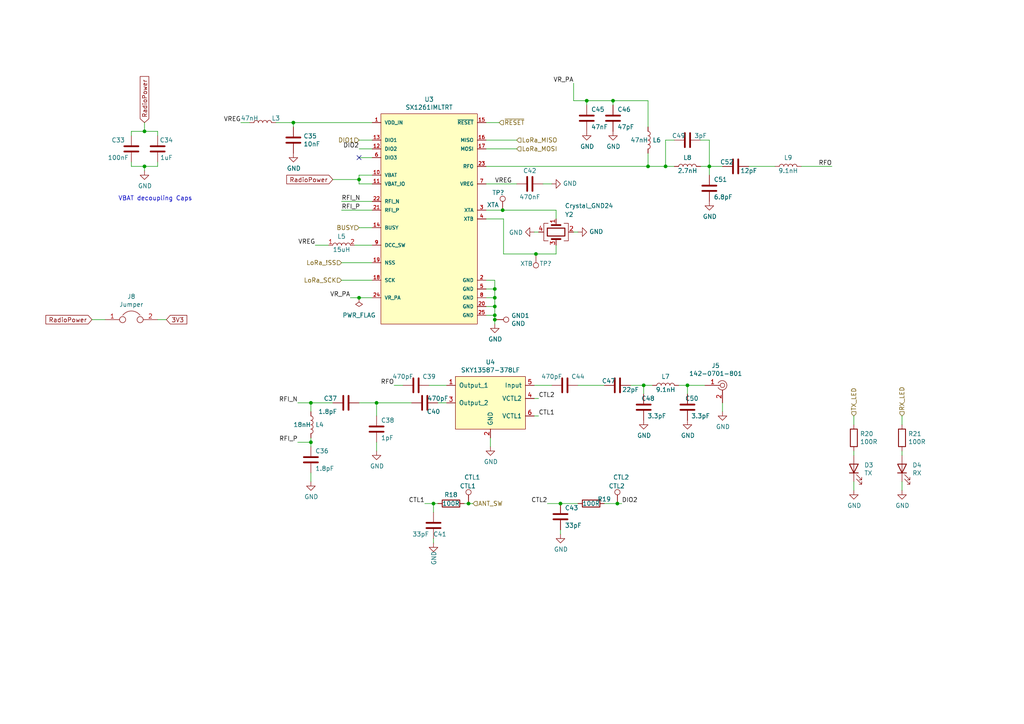
<source format=kicad_sch>
(kicad_sch (version 20211123) (generator eeschema)
  (paper "A4")
  (title_block (title "RiscVLoRaDongle") (date "2022-02-03") (rev "1.0") (company "Mark Njoroge"))
  (lib_symbols
    (symbol "Connector:TestPoint" (pin_numbers hide) (pin_names (offset 0.762) hide)
      (property "Reference" "TP" (at 0 6.858 0))
      (property "Value" "TestPoint" (at 0 5.08 0))
      (symbol "TestPoint_0_1"
        (circle (center 0 3.302) (radius 0.762))
      )
      (symbol "TestPoint_1_1"
        (pin passive line (at 0 0 90) (length 2.54) (name "1") (number "1"))
      )
    )
    (symbol "Device:C" (pin_numbers hide) (pin_names (offset 0.254))
      (property "Reference" "C" (at 0.635 2.54 0))
      (property "Value" "C" (at 0.635 -2.54 0))
      (symbol "C_0_1"
        (polyline (pts (xy -2.032 -0.762) (xy 2.032 -0.762)) (stroke (width 0.508)))
        (polyline (pts (xy -2.032 0.762) (xy 2.032 0.762)) (stroke (width 0.508)))
      )
      (symbol "C_1_1"
        (pin passive line (at 0 3.81 270) (length 2.794) (name "~") (number "1"))
        (pin passive line (at 0 -3.81 90) (length 2.794) (name "~") (number "2"))
      )
    )
    (symbol "Device:Crystal_GND24" (pin_names (offset 1.016) hide)
      (property "Reference" "Y" (at 3.175 5.08 0))
      (property "Value" "Crystal_GND24" (at 3.175 3.175 0))
      (symbol "Crystal_GND24_0_1"
        (rectangle (start -1.143 2.54) (end 1.143 -2.54) (stroke (width 0.3048)))
        (polyline (pts (xy -2.54 0) (xy -2.032 0)))
        (polyline (pts (xy -2.032 -1.27) (xy -2.032 1.27)) (stroke (width 0.508)))
        (polyline (pts (xy 0 -3.81) (xy 0 -3.556)))
        (polyline (pts (xy 0 3.556) (xy 0 3.81)))
        (polyline (pts (xy 2.032 -1.27) (xy 2.032 1.27)) (stroke (width 0.508)))
        (polyline (pts (xy 2.032 0) (xy 2.54 0)))
        (polyline (pts (xy -2.54 -2.286) (xy -2.54 -3.556) (xy 2.54 -3.556) (xy 2.54 -2.286)))
        (polyline (pts (xy -2.54 2.286) (xy -2.54 3.556) (xy 2.54 3.556) (xy 2.54 2.286)))
      )
      (symbol "Crystal_GND24_1_1"
        (pin passive line (at -3.81 0 0) (length 1.27) (name "1") (number "1"))
        (pin passive line (at 0 5.08 270) (length 1.27) (name "2") (number "2"))
        (pin passive line (at 3.81 0 180) (length 1.27) (name "3") (number "3"))
        (pin passive line (at 0 -5.08 90) (length 1.27) (name "4") (number "4"))
      )
    )
    (symbol "Device:Jumper" (pin_names (offset 0.762) hide)
      (property "Reference" "JP" (at 0 3.81 0))
      (property "Value" "Device_Jumper" (at 0 -2.032 0))
      (symbol "Jumper_0_1"
        (circle (center -2.54 0) (radius 0.889))
        (arc (start 2.5146 1.27) (mid 0.0127 2.5097) (end -2.4892 1.27))
        (circle (center 2.54 0) (radius 0.889))
        (pin passive line (at -7.62 0 0) (length 4.191) (name "1") (number "1"))
        (pin passive line (at 7.62 0 180) (length 4.191) (name "2") (number "2"))
      )
    )
    (symbol "Device:L" (pin_numbers hide) (pin_names (offset 1.016) hide)
      (property "Reference" "L" (at -1.27 0 90))
      (property "Value" "L" (at 1.905 0 90))
      (symbol "L_0_1"
        (arc (start 0 -2.54) (mid 0.635 -1.905) (end 0 -1.27))
        (arc (start 0 -1.27) (mid 0.635 -0.635) (end 0 0))
        (arc (start 0 0) (mid 0.635 0.635) (end 0 1.27))
        (arc (start 0 1.27) (mid 0.635 1.905) (end 0 2.54))
      )
      (symbol "L_1_1"
        (pin passive line (at 0 3.81 270) (length 1.27) (name "1") (number "1"))
        (pin passive line (at 0 -3.81 90) (length 1.27) (name "2") (number "2"))
      )
    )
    (symbol "Device:LED" (pin_numbers hide) (pin_names (offset 1.016) hide)
      (property "Reference" "D" (at 0 2.54 0))
      (property "Value" "LED" (at 0 -2.54 0))
      (symbol "LED_0_1"
        (polyline (pts (xy -1.27 -1.27) (xy -1.27 1.27)) (stroke (width 0.254)))
        (polyline (pts (xy -1.27 0) (xy 1.27 0)))
        (polyline (pts (xy 1.27 -1.27) (xy 1.27 1.27) (xy -1.27 0) (xy 1.27 -1.27)) (stroke (width 0.254)))
        (polyline (pts (xy -3.048 -0.762) (xy -4.572 -2.286) (xy -3.81 -2.286) (xy -4.572 -2.286) (xy -4.572 -1.524)))
        (polyline (pts (xy -1.778 -0.762) (xy -3.302 -2.286) (xy -2.54 -2.286) (xy -3.302 -2.286) (xy -3.302 -1.524)))
      )
      (symbol "LED_1_1"
        (pin passive line (at -3.81 0 0) (length 2.54) (name "K") (number "1"))
        (pin passive line (at 3.81 0 180) (length 2.54) (name "A") (number "2"))
      )
    )
    (symbol "Device:R" (pin_numbers hide) (pin_names (offset 0))
      (property "Reference" "R" (at 2.032 0 90))
      (property "Value" "R" (at 0 0 90))
      (symbol "R_0_1"
        (rectangle (start -1.016 -2.54) (end 1.016 2.54) (stroke (width 0.254)))
      )
      (symbol "R_1_1"
        (pin passive line (at 0 3.81 270) (length 1.27) (name "~") (number "1"))
        (pin passive line (at 0 -3.81 90) (length 1.27) (name "~") (number "2"))
      )
    )
    (symbol "LoRaDongle:SKY13587-378LF" (pin_names (offset 1.016))
      (property "Reference" "U" (at -5.08 8.89 0))
      (property "Value" "SKY13587-378LF" (at 0 6.35 0))
      (symbol "SKY13587-378LF_0_1"
        (rectangle (start -11.43 1.27) (end 8.89 -13.97) (fill (type background)))
      )
      (symbol "SKY13587-378LF_1_1"
        (pin passive line (at -13.97 -1.27 0) (length 2.54) (name "Output_1") (number "1"))
        (pin passive line (at -1.27 -16.51 90) (length 2.54) (name "GND") (number "2"))
        (pin passive line (at -13.97 -6.35 0) (length 2.54) (name "Output_2") (number "3"))
        (pin passive line (at 11.43 -5.08 180) (length 2.54) (name "VCTL2") (number "4"))
        (pin passive line (at 11.43 -1.27 180) (length 2.54) (name "Input") (number "5"))
        (pin passive line (at 11.43 -10.16 180) (length 2.54) (name "VCTL1") (number "6"))
      )
    )
    (symbol "VLS201610CX-150M-1:VLS201610CX-150M-1" (pin_names (offset 0.762))
      (property "Reference" "L" (at 10.16 7.62 0))
      (property "Value" "VLS201610CX-150M-1" (at 10.16 5.08 0))
      (symbol "VLS201610CX-150M-1_0_0"
        (pin passive line (at -3.81 0 0) (length 1.27) (name "~") (number "1"))
        (pin passive line (at 3.81 0 180) (length 1.27) (name "~") (number "2"))
      )
      (symbol "VLS201610CX-150M-1_0_1"
        (arc (start 2.54 0) (mid 1.905 0.635) (end 1.27 0))
      )
      (symbol "VLS201610CX-150M-1_1_1"
        (arc (start -1.27 0) (mid -1.905 0.635) (end -2.54 0))
        (arc (start 0 0) (mid -0.635 0.635) (end -1.27 0))
        (arc (start 1.27 0) (mid 0.635 0.635) (end 0 0))
      )
    )
    (symbol "dk_Coaxial-Connectors-RF:142-0701-801" (pin_names (offset 1.016))
      (property "Reference" "J" (at -1.27 1.27 0))
      (property "Value" "142-0701-801" (at 1.27 -2.54 0))
      (symbol "142-0701-801_1_1"
        (arc (start -1.27 0) (mid -0.2487 -1.3123) (end 1.27 -0.635))
        (circle (center 0 0) (radius 0.635))
        (arc (start 1.27 0.635) (mid -0.2518 1.325) (end -1.27 0))
        (pin passive line (at 5.08 0 180) (length 4.445) (name "~") (number "1"))
        (pin passive line (at 0 -5.08 90) (length 3.683) (name "~") (number "2"))
      )
    )
    (symbol "power:GND" (power) (pin_names (offset 0))
      (property "Value" "GND" (at 0 -3.81 0))
      (symbol "GND_0_1"
        (polyline (pts (xy 0 0) (xy 0 -1.27) (xy 1.27 -1.27) (xy 0 -2.54) (xy -1.27 -1.27) (xy 0 -1.27)))
      )
      (symbol "GND_1_1"
        (pin power_in line (at 0 0 270) (length 0) hide (name "GND") (number "1"))
      )
    )
    (symbol "power:PWR_FLAG" (power) (pin_numbers hide) (pin_names (offset 0) hide)
      (property "Value" "PWR_FLAG" (at 0 3.81 0))
      (symbol "PWR_FLAG_0_0"
        (pin power_out line (at 0 0 90) (length 0) (name "pwr") (number "1"))
      )
      (symbol "PWR_FLAG_0_1"
        (polyline (pts (xy 0 0) (xy 0 1.27) (xy -1.016 1.905) (xy 0 2.54) (xy 1.016 1.905) (xy 0 1.27)))
      )
    )
    (symbol "sx1261:SX1261IMLTRT" (pin_names (offset 1.016))
      (property "Reference" "U" (at 0 5.08 0))
      (property "Value" "SX1261IMLTRT" (at 0 7.62 0))
      (symbol "SX1261IMLTRT_1_1"
        (rectangle (start 5.08 2.54) (end 33.02 -58.42) (fill (type background)))
        (pin input line (at 2.54 0 0) (length 2.54) (name "VDD_IN") (number "1"))
        (pin input line (at 2.54 -15.24 0) (length 2.54) (name "VBAT") (number "10"))
        (pin input line (at 2.54 -17.78 0) (length 2.54) (name "VBAT_IO") (number "11"))
        (pin bidirectional line (at 2.54 -7.62 0) (length 2.54) (name "DIO2") (number "12"))
        (pin bidirectional line (at 2.54 -5.08 0) (length 2.54) (name "DIO1") (number "13"))
        (pin bidirectional line (at 2.54 -30.48 0) (length 2.54) (name "BUSY") (number "14"))
        (pin bidirectional line (at 35.56 0 180) (length 2.54) (name "~{RESET}") (number "15"))
        (pin output line (at 35.56 -5.08 180) (length 2.54) (name "MISO") (number "16"))
        (pin input line (at 35.56 -7.62 180) (length 2.54) (name "MOSI") (number "17"))
        (pin input line (at 2.54 -45.72 0) (length 2.54) (name "SCK") (number "18"))
        (pin input line (at 2.54 -40.64 0) (length 2.54) (name "NSS") (number "19"))
        (pin power_in line (at 35.56 -45.72 180) (length 2.54) (name "GND") (number "2"))
        (pin power_in line (at 35.56 -53.34 180) (length 2.54) (name "GND") (number "20"))
        (pin input line (at 2.54 -25.4 0) (length 2.54) (name "RFI_P") (number "21"))
        (pin input line (at 2.54 -22.86 0) (length 2.54) (name "RFI_N") (number "22"))
        (pin output line (at 35.56 -12.7 180) (length 2.54) (name "RFO") (number "23"))
        (pin power_in line (at 2.54 -50.8 0) (length 2.54) (name "VR_PA") (number "24"))
        (pin power_in line (at 35.56 -55.88 180) (length 2.54) (name "GND") (number "25"))
        (pin input line (at 35.56 -25.4 180) (length 2.54) (name "XTA") (number "3"))
        (pin input line (at 35.56 -27.94 180) (length 2.54) (name "XTB") (number "4"))
        (pin power_in line (at 35.56 -48.26 180) (length 2.54) (name "GND") (number "5"))
        (pin bidirectional line (at 2.54 -10.16 0) (length 2.54) (name "DIO3") (number "6"))
        (pin output line (at 35.56 -17.78 180) (length 2.54) (name "VREG") (number "7"))
        (pin power_in line (at 35.56 -50.8 180) (length 2.54) (name "GND") (number "8"))
        (pin output line (at 2.54 -35.56 0) (length 2.54) (name "DCC_SW") (number "9"))
      )
    )
  )
  (junction (at 41.91 48.26))
  (junction (at 85.09 35.56))
  (junction (at 186.69 111.76))
  (junction (at 143.51 92.71))
  (junction (at 205.74 48.26))
  (junction (at 135.89 146.05))
  (junction (at 143.51 86.36))
  (junction (at 179.07 146.05))
  (junction (at 143.51 88.9))
  (junction (at 145.796 60.96))
  (junction (at 104.14 52.07))
  (junction (at 177.8 29.21))
  (junction (at 90.17 128.27))
  (junction (at 125.73 146.05))
  (junction (at 143.51 83.82))
  (junction (at 170.18 29.21))
  (junction (at 199.39 111.76))
  (junction (at 193.04 48.26))
  (junction (at 162.56 146.05))
  (junction (at 104.14 86.36))
  (junction (at 90.17 116.84))
  (junction (at 187.96 48.26))
  (junction (at 143.51 91.44))
  (junction (at 109.22 116.84))
  (junction (at 41.91 38.1))
  (junction (at 155.448 73.66))
  (no_connect (at 104.14 45.72))
  (wire (pts (xy 104.14 45.72) (xy 107.95 45.72)))
  (wire (pts (xy 143.51 88.9) (xy 143.51 91.44)))
  (wire (pts (xy 170.18 30.48) (xy 170.18 29.21)))
  (wire (pts (xy 182.88 111.76) (xy 186.69 111.76)))
  (wire (pts (xy 41.91 38.1) (xy 45.72 38.1)))
  (wire (pts (xy 247.65 132.08) (xy 247.65 130.81)))
  (wire (pts (xy 85.09 35.56) (xy 107.95 35.56)))
  (wire (pts (xy 261.62 142.24) (xy 261.62 139.7)))
  (wire (pts (xy 45.72 46.99) (xy 45.72 48.26)))
  (wire (pts (xy 45.72 92.71) (xy 48.26 92.71)))
  (wire (pts (xy 90.17 139.7) (xy 90.17 137.16)))
  (wire (pts (xy 127 116.84) (xy 129.54 116.84)))
  (wire (pts (xy 99.06 81.28) (xy 107.95 81.28)))
  (wire (pts (xy 90.17 129.54) (xy 90.17 128.27)))
  (wire (pts (xy 109.22 120.65) (xy 109.22 116.84)))
  (wire (pts (xy 107.95 43.18) (xy 104.14 43.18)))
  (wire (pts (xy 186.69 111.76) (xy 189.23 111.76)))
  (wire (pts (xy 107.95 40.64) (xy 104.14 40.64)))
  (wire (pts (xy 154.94 120.65) (xy 156.21 120.65)))
  (wire (pts (xy 179.07 146.05) (xy 180.34 146.05)))
  (wire (pts (xy 107.95 53.34) (xy 104.14 53.34)))
  (wire (pts (xy 154.94 111.76) (xy 160.02 111.76)))
  (wire (pts (xy 45.72 38.1) (xy 45.72 39.37)))
  (wire (pts (xy 187.96 29.21) (xy 187.96 36.83)))
  (wire (pts (xy 146.05 73.66) (xy 155.448 73.66)))
  (wire (pts (xy 199.39 111.76) (xy 196.85 111.76)))
  (wire (pts (xy 107.95 76.2) (xy 99.06 76.2)))
  (wire (pts (xy 140.97 43.18) (xy 149.86 43.18)))
  (wire (pts (xy 166.37 29.21) (xy 170.18 29.21)))
  (wire (pts (xy 38.1 38.1) (xy 41.91 38.1)))
  (wire (pts (xy 261.62 123.19) (xy 261.62 120.65)))
  (wire (pts (xy 41.91 48.26) (xy 45.72 48.26)))
  (wire (pts (xy 140.97 60.96) (xy 145.796 60.96)))
  (wire (pts (xy 140.97 83.82) (xy 143.51 83.82)))
  (wire (pts (xy 232.41 48.26) (xy 241.3 48.26)))
  (wire (pts (xy 90.17 116.84) (xy 96.52 116.84)))
  (wire (pts (xy 107.95 71.12) (xy 102.87 71.12)))
  (wire (pts (xy 90.17 128.27) (xy 90.17 127)))
  (wire (pts (xy 143.51 81.28) (xy 143.51 83.82)))
  (wire (pts (xy 104.14 116.84) (xy 109.22 116.84)))
  (wire (pts (xy 145.796 60.96) (xy 161.29 60.96)))
  (wire (pts (xy 38.1 46.99) (xy 38.1 48.26)))
  (wire (pts (xy 41.91 35.56) (xy 41.91 38.1)))
  (wire (pts (xy 134.62 146.05) (xy 135.89 146.05)))
  (wire (pts (xy 123.19 146.05) (xy 125.73 146.05)))
  (wire (pts (xy 143.51 91.44) (xy 143.51 92.71)))
  (wire (pts (xy 80.01 35.56) (xy 85.09 35.56)))
  (wire (pts (xy 95.25 71.12) (xy 91.44 71.12)))
  (wire (pts (xy 162.56 146.05) (xy 167.64 146.05)))
  (wire (pts (xy 217.17 48.26) (xy 224.79 48.26)))
  (wire (pts (xy 175.26 146.05) (xy 179.07 146.05)))
  (wire (pts (xy 140.97 88.9) (xy 143.51 88.9)))
  (wire (pts (xy 193.04 48.26) (xy 195.58 48.26)))
  (wire (pts (xy 160.02 53.34) (xy 157.48 53.34)))
  (wire (pts (xy 161.29 63.5) (xy 161.29 60.96)))
  (wire (pts (xy 149.86 40.64) (xy 140.97 40.64)))
  (wire (pts (xy 193.04 48.26) (xy 193.04 40.64)))
  (wire (pts (xy 116.84 111.76) (xy 114.3 111.76)))
  (wire (pts (xy 205.74 40.64) (xy 205.74 48.26)))
  (wire (pts (xy 154.94 115.57) (xy 156.21 115.57)))
  (wire (pts (xy 155.448 73.66) (xy 161.29 73.66)))
  (wire (pts (xy 140.97 48.26) (xy 187.96 48.26)))
  (wire (pts (xy 261.62 132.08) (xy 261.62 130.81)))
  (wire (pts (xy 140.97 91.44) (xy 143.51 91.44)))
  (wire (pts (xy 109.22 116.84) (xy 119.38 116.84)))
  (wire (pts (xy 203.2 48.26) (xy 205.74 48.26)))
  (wire (pts (xy 205.74 48.26) (xy 205.74 50.8)))
  (wire (pts (xy 107.95 50.8) (xy 104.14 50.8)))
  (wire (pts (xy 177.8 29.21) (xy 177.8 30.48)))
  (wire (pts (xy 203.2 40.64) (xy 205.74 40.64)))
  (wire (pts (xy 109.22 128.27) (xy 109.22 130.81)))
  (wire (pts (xy 247.65 123.19) (xy 247.65 120.65)))
  (wire (pts (xy 38.1 48.26) (xy 41.91 48.26)))
  (wire (pts (xy 143.51 92.71) (xy 143.51 93.98)))
  (wire (pts (xy 170.18 29.21) (xy 177.8 29.21)))
  (wire (pts (xy 140.97 53.34) (xy 149.86 53.34)))
  (wire (pts (xy 41.91 49.53) (xy 41.91 48.26)))
  (wire (pts (xy 135.89 146.05) (xy 137.16 146.05)))
  (wire (pts (xy 199.39 114.3) (xy 199.39 111.76)))
  (wire (pts (xy 177.8 29.21) (xy 187.96 29.21)))
  (wire (pts (xy 146.05 63.5) (xy 146.05 73.66)))
  (wire (pts (xy 104.14 53.34) (xy 104.14 52.07)))
  (wire (pts (xy 125.73 146.05) (xy 127 146.05)))
  (wire (pts (xy 90.17 128.27) (xy 86.36 128.27)))
  (wire (pts (xy 104.14 52.07) (xy 96.52 52.07)))
  (wire (pts (xy 107.95 66.04) (xy 104.14 66.04)))
  (wire (pts (xy 140.97 86.36) (xy 143.51 86.36)))
  (wire (pts (xy 166.37 24.13) (xy 166.37 29.21)))
  (wire (pts (xy 167.64 111.76) (xy 175.26 111.76)))
  (wire (pts (xy 140.97 35.56) (xy 144.78 35.56)))
  (wire (pts (xy 140.97 81.28) (xy 143.51 81.28)))
  (wire (pts (xy 143.51 86.36) (xy 143.51 88.9)))
  (wire (pts (xy 104.14 86.36) (xy 107.95 86.36)))
  (wire (pts (xy 166.37 67.31) (xy 167.64 67.31)))
  (wire (pts (xy 186.69 111.76) (xy 186.69 114.3)))
  (wire (pts (xy 125.73 148.59) (xy 125.73 146.05)))
  (wire (pts (xy 140.97 63.5) (xy 146.05 63.5)))
  (wire (pts (xy 38.1 39.37) (xy 38.1 38.1)))
  (wire (pts (xy 161.29 71.12) (xy 161.29 73.66)))
  (wire (pts (xy 101.6 86.36) (xy 104.14 86.36)))
  (wire (pts (xy 143.51 83.82) (xy 143.51 86.36)))
  (wire (pts (xy 104.14 52.07) (xy 104.14 50.8)))
  (wire (pts (xy 247.65 142.24) (xy 247.65 139.7)))
  (wire (pts (xy 72.39 35.56) (xy 69.85 35.56)))
  (wire (pts (xy 142.24 129.54) (xy 142.24 127)))
  (wire (pts (xy 162.56 153.67) (xy 162.56 154.94)))
  (wire (pts (xy 90.17 119.38) (xy 90.17 116.84)))
  (wire (pts (xy 26.67 92.71) (xy 30.48 92.71)))
  (wire (pts (xy 158.75 146.05) (xy 162.56 146.05)))
  (wire (pts (xy 85.09 36.83) (xy 85.09 35.56)))
  (wire (pts (xy 199.39 111.76) (xy 204.47 111.76)))
  (wire (pts (xy 193.04 40.64) (xy 195.58 40.64)))
  (wire (pts (xy 99.06 60.96) (xy 107.95 60.96)))
  (wire (pts (xy 187.96 48.26) (xy 193.04 48.26)))
  (wire (pts (xy 187.96 44.45) (xy 187.96 48.26)))
  (wire (pts (xy 99.06 58.42) (xy 107.95 58.42)))
  (wire (pts (xy 90.17 116.84) (xy 86.36 116.84)))
  (wire (pts (xy 209.55 48.26) (xy 205.74 48.26)))
  (wire (pts (xy 124.46 111.76) (xy 129.54 111.76)))
  (wire (pts (xy 125.73 156.21) (xy 125.73 157.48)))
  (wire (pts (xy 209.55 116.84) (xy 209.55 119.38)))
  (wire (pts (xy 156.21 67.31) (xy 154.94 67.31)))
  (text "VBAT decoupling Caps" (at 34.29 58.42 0) (effects (font (size 1.27 1.27)) (justify left bottom)))
  (label "VREG" (at 69.85 35.56 180))
  (label "RFI_P" (at 86.36 128.27 180))
  (label "CTL2" (at 156.21 115.57 0))
  (label "RFI_P" (at 99.06 60.96 0))
  (label "CTL2" (at 158.75 146.05 180))
  (label "RFO" (at 114.3 111.76 180))
  (label "VR_PA" (at 166.37 24.13 180))
  (label "DIO2" (at 104.14 43.18 180))
  (label "RFI_N" (at 99.06 58.42 0))
  (label "RFI_N" (at 86.36 116.84 180))
  (label "CTL1" (at 123.19 146.05 180))
  (label "VR_PA" (at 101.6 86.36 180))
  (label "CTL1" (at 156.21 120.65 0))
  (label "DIO2" (at 180.34 146.05 0))
  (label "VREG" (at 91.44 71.12 180))
  (label "VREG" (at 143.51 53.34 0))
  (label "RFO" (at 241.3 48.26 180))
  (global_label "RadioPower" (shape input) (at 26.67 92.71 180) (property "Intersheet References" "${INTERSHEET_REFS}" (effects hide)))
  (global_label "3V3" (shape input) (at 48.26 92.71 0) (property "Intersheet References" "${INTERSHEET_REFS}" (effects hide)))
  (global_label "RadioPower" (shape input) (at 41.91 35.56 90) (property "Intersheet References" "${INTERSHEET_REFS}" (effects hide)))
  (global_label "RadioPower" (shape input) (at 96.52 52.07 180) (property "Intersheet References" "${INTERSHEET_REFS}" (effects hide)))
  (hierarchical_label "BUSY" (shape input) (at 104.14 66.04 180))
  (hierarchical_label "RX_LED" (shape input) (at 261.62 120.65 90))
  (hierarchical_label "ANT_SW" (shape input) (at 137.16 146.05 0))
  (hierarchical_label "LoRa_MISO" (shape input) (at 149.86 40.64 0))
  (hierarchical_label "DIO1" (shape input) (at 104.14 40.64 180))
  (hierarchical_label "~{RESET}" (shape input) (at 144.78 35.56 0))
  (hierarchical_label "LoRa_MOSI" (shape input) (at 149.86 43.18 0))
  (hierarchical_label "TX_LED" (shape input) (at 247.65 120.65 90))
  (hierarchical_label "LoRa_SCK" (shape input) (at 99.06 81.28 180))
  (hierarchical_label "LoRa_!SS" (shape input) (at 99.06 76.2 180))
  (symbol (lib_id "power:GND") (at 162.56 154.94 0) (unit 1)
    (property "Reference" "#PWR0103" (effects hide))
    (property "Value" "GND" (at 162.687 159.3342 0))
  )
  (symbol (lib_id "Device:C") (at 162.56 149.86 0) (unit 1)
    (property "Reference" "C43" (at 163.83 147.32 0) (effects (justify left)))
    (property "Value" "33pF" (at 163.83 152.4 0) (effects (justify left)))
    (property "Footprint" "Capacitor_SMD:C_0402_1005Metric_Pad0.74x0.62mm_HandSolder" (effects hide))
    (property "Part Number" "CGA2B2C0G1H330J050BA" (effects hide))
    (property "Description" "CAP CER 33PF 50V C0G 0402" (effects hide))
    (property "Manufacturer" "TDK Corporation" (effects hide))
    (property "Manufacturer Part Number" "CGA2B2C0G1H330J050BA" (effects hide))
    (property "Package" "0402" (effects hide))
    (property "Type" "SMD" (effects hide))
  )
  (symbol (lib_id "power:GND") (at 109.22 130.81 0) (unit 1)
    (property "Reference" "#PWR0104" (effects hide))
    (property "Value" "GND" (at 109.347 135.2042 0))
  )
  (symbol (lib_id "power:GND") (at 90.17 139.7 0) (unit 1)
    (property "Reference" "#PWR0105" (effects hide))
    (property "Value" "GND" (at 90.297 144.0942 0))
  )
  (symbol (lib_id "Device:C") (at 90.17 133.35 0) (unit 1)
    (property "Reference" "C36" (at 91.44 130.81 0) (effects (justify left)))
    (property "Value" "1.8pF" (at 91.44 135.89 0) (effects (justify left)))
    (property "Footprint" "Capacitor_SMD:C_0402_1005Metric_Pad0.74x0.62mm_HandSolder" (effects hide))
    (property "part Number" "GRM1555C1H1R8WA01D" (effects hide))
    (property "Description" "CAP CER 1.8PF 50V C0G/NP0 0402" (effects hide))
    (property "Manufacturer" "Murata Electronics" (effects hide))
    (property "Manufacturer Part Number" "GRM1555C1H1R8WA01D" (effects hide))
    (property "Package" "0402" (effects hide))
    (property "Type" "SMD" (effects hide))
  )
  (symbol (lib_id "Device:L") (at 90.17 123.19 0) (unit 1)
    (property "Reference" "L4" (at 92.71 123.19 0))
    (property "Value" "18nH" (at 87.63 123.19 0))
    (property "Footprint" "Inductor_SMD:L_0402_1005Metric_Pad0.77x0.64mm_HandSolder" (effects hide))
    (property "part Number" "LQW15AN18NH00D" (effects hide))
    (property "Description" "FIXED IND 18NH 370MA 270MOHM SMD" (effects hide))
    (property "Manufacturer" "Murata Electronics" (effects hide))
    (property "Manufacturer Part Number" "LQW15AN18NH00D" (effects hide))
    (property "Package" "0402" (effects hide))
    (property "Type" "SMD" (effects hide))
  )
  (symbol (lib_id "power:GND") (at 142.24 129.54 0) (unit 1)
    (property "Reference" "#PWR0106" (effects hide))
    (property "Value" "GND" (at 142.367 133.9342 0))
  )
  (symbol (lib_id "Device:L") (at 193.04 111.76 90) (unit 1)
    (property "Reference" "L7" (at 193.04 109.22 90))
    (property "Value" "9.1nH" (at 193.04 113.03 90))
    (property "Footprint" "Inductor_SMD:L_0402_1005Metric_Pad0.77x0.64mm_HandSolder" (effects hide))
    (property "Part Number" "LQW15AN9N1H00D" (effects hide))
    (property "Description" "FIXED IND 9.1NH 540MA 140MOHM SM" (effects hide))
    (property "Manufacturer" "Murata Electronics" (effects hide))
    (property "Manufacturer Part Number" "LQW15AN9N1H00D" (effects hide))
    (property "Package" "0402" (effects hide))
    (property "Type" "SMD" (effects hide))
  )
  (symbol (lib_id "power:GND") (at 186.69 121.92 0) (unit 1)
    (property "Reference" "#PWR0107" (effects hide))
    (property "Value" "GND" (at 186.817 126.3142 0))
  )
  (symbol (lib_id "power:GND") (at 199.39 121.92 0) (unit 1)
    (property "Reference" "#PWR0108" (effects hide))
    (property "Value" "GND" (at 199.517 126.3142 0))
  )
  (symbol (lib_id "dk_Coaxial-Connectors-RF:142-0701-801") (at 209.55 111.76 0) (mirror y) (unit 1)
    (property "Reference" "J5" (at 207.5688 106.045 0))
    (property "Value" "142-0701-801" (at 207.5688 108.3564 0))
    (property "Footprint" "digikey-footprints:RF_SMA_BoardEdge_142-0701-801" (effects hide))
    (property "Datasheet" "http://www.belfuse.com/resources/Johnson/drawings/dr-1420701801.pdf" (effects hide))
    (property "Digi-Key_PN" "J502-ND" (effects hide))
    (property "MPN" "142-0701-801" (effects hide))
    (property "Category" "Connectors, Interconnects" (effects hide))
    (property "Family" "Coaxial Connectors (RF)" (effects hide))
    (property "DK_Datasheet_Link" "http://www.belfuse.com/resources/Johnson/drawings/dr-1420701801.pdf" (effects hide))
    (property "DK_Detail_Page" "/product-detail/en/cinch-connectivity-solutions-johnson/142-0701-801/J502-ND/35280" (effects hide))
    (property "Description" "CONN SMA JACK STR 50OHM EDGE MNT" (effects hide))
    (property "Manufacturer" "Cinch Connectivity Solutions Johnson" (effects hide))
    (property "Status" "Active" (effects hide))
    (property "Manufacturer Part Number" "142-0701-801" (effects hide))
    (property "Package" "Edge Connector" (effects hide))
    (property "Type" "SMD" (effects hide))
  )
  (symbol (lib_id "power:GND") (at 209.55 119.38 0) (unit 1)
    (property "Reference" "#PWR0109" (effects hide))
    (property "Value" "GND" (at 209.677 123.7742 0))
  )
  (symbol (lib_id "power:GND") (at 177.8 38.1 0) (unit 1)
    (property "Reference" "#PWR0110" (effects hide))
    (property "Value" "GND" (at 177.927 42.4942 0))
  )
  (symbol (lib_id "power:GND") (at 170.18 38.1 0) (unit 1)
    (property "Reference" "#PWR0111" (effects hide))
    (property "Value" "GND" (at 170.307 42.4942 0))
  )
  (symbol (lib_id "Device:C") (at 213.36 48.26 270) (unit 1)
    (property "Reference" "C52" (at 210.82 46.99 90))
    (property "Value" "12pF" (at 217.17 49.53 90))
    (property "Footprint" "Capacitor_SMD:C_0402_1005Metric_Pad0.74x0.62mm_HandSolder" (effects hide))
    (property "Part Number" "GRM1555C1H120JA01J" (effects hide))
    (property "Description" "CAP CER 12PF 50V C0G/NP0 0402" (effects hide))
    (property "Manufacturer" "Murata Electronics" (effects hide))
    (property "Manufacturer Part Number" "GRM1555C1H120JA01J" (effects hide))
    (property "Package" "0402" (effects hide))
    (property "Type" "SMD" (effects hide))
  )
  (symbol (lib_id "power:GND") (at 205.74 58.42 0) (unit 1)
    (property "Reference" "#PWR0113" (effects hide))
    (property "Value" "GND" (at 205.867 62.8142 0))
  )
  (symbol (lib_id "Device:L") (at 199.39 48.26 90) (unit 1)
    (property "Reference" "L8" (at 199.39 45.72 90))
    (property "Value" "2.7nH" (at 199.39 49.53 90))
    (property "Footprint" "Inductor_SMD:L_0402_1005Metric_Pad0.77x0.64mm_HandSolder" (effects hide))
    (property "Part Number" "LQW15AN2N7C00D" (effects hide))
    (property "Description" "FIXED IND 2.7NH 850MA 50MOHM SMD" (effects hide))
    (property "Manufacturer" "Murata Electronics" (effects hide))
    (property "Manufacturer Part Number" "LQW15AN2N7C00D" (effects hide))
  )
  (symbol (lib_id "Device:C") (at 199.39 40.64 270) (unit 1)
    (property "Reference" "C49" (at 196.85 39.37 90))
    (property "Value" "3pF" (at 203.2 39.37 90))
    (property "Footprint" "Capacitor_SMD:C_0402_1005Metric_Pad0.74x0.62mm_HandSolder" (effects hide))
    (property "Part Number" "GRM1555C1H3R0BA01J" (effects hide))
    (property "Description" "CAP CER 3PF 50V C0G/NP0 0402" (effects hide))
    (property "Manufacturer" "Murata Electronics" (effects hide))
    (property "Manufacturer Part Number" "GRM1555C1H3R0BA01J" (effects hide))
    (property "Package" "0402" (effects hide))
    (property "Type" "SMD" (effects hide))
  )
  (symbol (lib_id "Device:C") (at 205.74 54.61 0) (unit 1)
    (property "Reference" "C51" (at 207.01 52.07 0) (effects (justify left)))
    (property "Value" "6.8pF" (at 207.01 57.15 0) (effects (justify left)))
    (property "Footprint" "Capacitor_SMD:C_0402_1005Metric_Pad0.74x0.62mm_HandSolder" (effects hide))
    (property "Part Number" "GRM1555C1H6R8BA01D" (effects hide))
    (property "Description" "CAP CER 6.8PF 50V C0G/NP0 0402" (effects hide))
    (property "Manufacturer" "Murata Electronics" (effects hide))
    (property "Manufacturer Part Number" "GRM1555C1H6R8BA01D" (effects hide))
    (property "Package" "0402" (effects hide))
    (property "Type" "SMD" (effects hide))
  )
  (symbol (lib_id "Device:L") (at 187.96 40.64 0) (unit 1)
    (property "Reference" "L6" (at 190.5 40.64 0))
    (property "Value" "47nH" (at 185.42 40.64 0))
    (property "Footprint" "Inductor_SMD:L_0402_1005Metric_Pad0.77x0.64mm_HandSolder" (effects hide))
    (property "Part Number" "LQW15AN47NJ00D" (effects hide))
    (property "Description" "FIXED IND 47NH 210MA 1.08OHM SMD" (effects hide))
    (property "Manufacturer" "Murata Electronics" (effects hide))
    (property "Manufacturer Part Number" "LQW15AN47NJ00D" (effects hide))
    (property "Package" "0402" (effects hide))
    (property "PartNumber" "LQW15AN47NJ00D" (effects hide))
    (property "Type" "SMD" (effects hide))
  )
  (symbol (lib_id "Device:C") (at 177.8 34.29 0) (unit 1)
    (property "Reference" "C46" (at 179.07 31.75 0) (effects (justify left)))
    (property "Value" "47pF" (at 179.07 36.83 0) (effects (justify left)))
    (property "Footprint" "Capacitor_SMD:C_0402_1005Metric_Pad0.74x0.62mm_HandSolder" (effects hide))
    (property "Part Number" "GRM1555C1H470JA01D" (effects hide))
    (property "Description" "CAP CER 47PF 50V C0G/NP0 0402" (effects hide))
    (property "Manufacturer" "Murata Electronics" (effects hide))
    (property "Manufacturer Part Number" "GRM1555C1H470JA01D" (effects hide))
    (property "Package" "0402" (effects hide))
    (property "Type" "SMD" (effects hide))
  )
  (symbol (lib_id "Device:C") (at 170.18 34.29 0) (unit 1)
    (property "Reference" "C45" (at 171.45 31.75 0) (effects (justify left)))
    (property "Value" "47nF" (at 171.45 36.83 0) (effects (justify left)))
    (property "Footprint" "Capacitor_SMD:C_0402_1005Metric_Pad0.74x0.62mm_HandSolder" (effects hide))
    (property "Part Number" "GRM155R71C473KA01J" (effects hide))
    (property "Description" "CAP CER 0.047UF 16V X7R 0402" (effects hide))
    (property "Manufacturer" "Murata Electronics" (effects hide))
    (property "Manufacturer Part Number" "GRM155R71C473KA01J" (effects hide))
    (property "Package" "0402" (effects hide))
    (property "Type" "SMD" (effects hide))
  )
  (symbol (lib_id "power:GND") (at 41.91 49.53 0) (unit 1)
    (property "Reference" "#PWR0117" (effects hide))
    (property "Value" "GND" (at 42.037 53.9242 0))
  )
  (symbol (lib_id "Device:C") (at 45.72 43.18 180) (unit 1)
    (property "Reference" "C34" (at 48.26 40.64 0))
    (property "Value" "1uF" (at 48.26 45.72 0))
    (property "Footprint" "Capacitor_SMD:C_0402_1005Metric_Pad0.74x0.62mm_HandSolder" (effects hide))
    (property "Description" "CAP CER 1UF 6.3V X7R 0402" (effects hide))
    (property "Manufacturer" "Murata Electronics" (effects hide))
    (property "Manufacturer Part Number" "GRM155R70J105MA12D" (effects hide))
    (property "Package" "0402" (effects hide))
    (property "Part Number" "GRM155R70J105MA12D" (effects hide))
    (property "Type" "SMD" (effects hide))
  )
  (symbol (lib_id "Device:C") (at 38.1 43.18 180) (unit 1)
    (property "Reference" "C33" (at 34.29 40.64 0))
    (property "Value" "100nF" (at 34.29 45.72 0))
    (property "Footprint" "Capacitor_SMD:C_0402_1005Metric_Pad0.74x0.62mm_HandSolder" (effects hide))
    (property "Part Number" "GRM155R71C104KA88D" (effects hide))
    (property "Description" "CAP CER 0.1UF 16V X7R 0402" (effects hide))
    (property "Manufacturer" "Murata Electronics" (effects hide))
    (property "Manufacturer Part Number" "GRM155R71C104KA88D" (effects hide))
    (property "Package" "0402" (effects hide))
    (property "Type" "SMD" (effects hide))
  )
  (symbol (lib_id "power:GND") (at 143.51 93.98 0) (unit 1)
    (property "Reference" "#PWR0118" (effects hide))
    (property "Value" "GND" (at 143.637 98.3742 0))
  )
  (symbol (lib_id "Device:C") (at 153.67 53.34 270) (unit 1)
    (property "Reference" "C42" (at 153.67 49.53 90))
    (property "Value" "470nF" (at 153.67 57.15 90))
    (property "Footprint" "Capacitor_SMD:C_0402_1005Metric_Pad0.74x0.62mm_HandSolder" (effects hide))
    (property "Part Number" "GRM155R61A474KE15D" (effects hide))
    (property "Description" "CAP CER 0.47UF 10V X5R 0402" (effects hide))
    (property "Manufacturer" "Murata Electronics" (effects hide))
    (property "Manufacturer Part Number" "GRM155R61A474KE15D" (effects hide))
    (property "Package" "0402" (effects hide))
    (property "Type" "SMD" (effects hide))
  )
  (symbol (lib_id "Device:C") (at 199.39 118.11 180) (unit 1)
    (property "Reference" "C50" (at 200.66 115.57 0))
    (property "Value" "3.3pF" (at 203.2 120.65 0))
    (property "Footprint" "Capacitor_SMD:C_0402_1005Metric_Pad0.74x0.62mm_HandSolder" (effects hide))
    (property "Part Number" "GJM1555C1H3R3DB01D" (effects hide))
    (property "Description" "CAP CER 3.3PF 50V C0G/NP0 0402" (effects hide))
    (property "Manufacturer" "Murata Electronics" (effects hide))
    (property "Manufacturer Part Number" "GJM1555C1H3R3DB01D" (effects hide))
    (property "Package" "0402" (effects hide))
    (property "Type" "SMD" (effects hide))
  )
  (symbol (lib_id "Device:C") (at 186.69 118.11 180) (unit 1)
    (property "Reference" "C48" (at 187.96 115.57 0))
    (property "Value" "3.3pF" (at 190.5 120.65 0))
    (property "Footprint" "Capacitor_SMD:C_0402_1005Metric_Pad0.74x0.62mm_HandSolder" (effects hide))
    (property "Part Number" "GJM1555C1H3R3DB01D" (effects hide))
    (property "Description" "CAP CER 3.3PF 50V C0G/NP0 0402" (effects hide))
    (property "Manufacturer" "Murata Electronics" (effects hide))
    (property "Manufacturer Part Number" "GJM1555C1H3R3DB01D" (effects hide))
    (property "Package" "0402" (effects hide))
    (property "Type" "SMD" (effects hide))
  )
  (symbol (lib_id "Device:R") (at 130.81 146.05 90) (unit 1)
    (property "Reference" "R18" (at 130.81 143.51 90))
    (property "Value" "100R" (at 130.81 146.05 90))
    (property "Footprint" "Resistor_SMD:R_0402_1005Metric_Pad0.72x0.64mm_HandSolder" (effects hide))
    (property "Description" "RES 100 OHM 1% 1/16W 0402" (effects hide))
    (property "Manufacturer" "Stackpole Electronics Inc" (effects hide))
    (property "Manufacturer Part Number" "RMCF0402FT100R" (effects hide))
    (property "Package" "0402" (effects hide))
  )
  (symbol (lib_id "power:GND") (at 125.73 157.48 0) (unit 1)
    (property "Reference" "#PWR029" (effects hide))
    (property "Value" "GND" (at 125.857 161.8742 90))
  )
  (symbol (lib_id "Device:C") (at 179.07 111.76 270) (unit 1)
    (property "Reference" "C47" (at 176.53 110.49 90))
    (property "Value" "22pF" (at 182.88 113.03 90))
    (property "Footprint" "Capacitor_SMD:C_0402_1005Metric_Pad0.74x0.62mm_HandSolder" (effects hide))
    (property "Part Number" "GRM1555C1H220JA01D" (effects hide))
    (property "Description" "CAP CER 22PF 50V C0G/NP0 0402" (effects hide))
    (property "Manufacturer" "Murata Electronics" (effects hide))
    (property "Manufacturer Part Number" "GRM1555C1H220FA01D" (effects hide))
    (property "Package" "0402" (effects hide))
    (property "Type" "SMD" (effects hide))
  )
  (symbol (lib_id "Device:C") (at 125.73 152.4 180) (unit 1)
    (property "Reference" "C41" (at 129.54 154.94 0) (effects (justify left)))
    (property "Value" "33pF" (at 124.46 154.94 0) (effects (justify left)))
    (property "Footprint" "Capacitor_SMD:C_0402_1005Metric_Pad0.74x0.62mm_HandSolder" (effects hide))
    (property "Part Number" "CGA2B2C0G1H330J050BA" (effects hide))
    (property "Description" "CAP CER 33PF 50V C0G 0402" (effects hide))
    (property "Manufacturer" "TDK Corporation" (effects hide))
    (property "Manufacturer Part Number" "CGA2B2C0G1H330J050BA" (effects hide))
    (property "Package" "0402" (effects hide))
    (property "Type" "SMD" (effects hide))
  )
  (symbol (lib_id "VLS201610CX-150M-1:VLS201610CX-150M-1") (at 99.06 71.12 0) (unit 1)
    (property "Reference" "L5" (at 99.06 68.58 0))
    (property "Value" "15uH" (at 99.06 72.39 0))
    (property "Footprint" "KiCad_VLS201610CX-150M-1:VLS2016" (effects hide))
    (property "Datasheet" "https://product.tdk.com/system/files/dam/doc/product/inductor/inductor/smd/catalog/inductor_commercial_power_vls201610cx-1_en.pdf" (effects hide))
    (property "Description" "FIXED IND 15UH 540MA 1.258OHM SM" (effects hide))
    (property "Manufacturer_Name" "TDK" (effects hide))
    (property "Manufacturer_Part_Number" "VLS201610CX-150M-1" (effects hide))
    (property "Mouser Part Number" "810-VLS201610CX150M1" (effects hide))
    (property "Mouser Price/Stock" "https://www.mouser.co.uk/ProductDetail/TDK/VLS201610CX-150M-1?qs=1mbolxNpo8cDxpAAQe7QDA%3D%3D" (effects hide))
    (property "Manufacturer" "TDK" (effects hide))
    (property "Manufacturer Part Number" "VLS201610CX-150M-1" (effects hide))
    (property "Package" "2016" (effects hide))
    (property "Type" "SMD" (effects hide))
  )
  (symbol (lib_id "Device:R") (at 247.65 127 0) (unit 1)
    (property "Reference" "R20" (at 249.428 125.8316 0) (effects (justify left)))
    (property "Value" "100R" (at 249.428 128.143 0) (effects (justify left)))
    (property "Footprint" "Resistor_SMD:R_0402_1005Metric_Pad0.72x0.64mm_HandSolder" (effects hide))
    (property "Description" "RES 100 OHM 1% 1/16W 0402" (effects hide))
    (property "Manufacturer" "Stackpole Electronics Inc" (effects hide))
    (property "Manufacturer Part Number" "RMCF0402FT100R" (effects hide))
    (property "Package" "0402" (effects hide))
  )
  (symbol (lib_id "Device:LED") (at 247.65 135.89 90) (unit 1)
    (property "Reference" "D3" (at 250.6472 134.8994 90) (effects (justify right)))
    (property "Value" "TX" (at 250.6472 137.2108 90) (effects (justify right)))
    (property "Footprint" "LED_SMD:LED_0603_1608Metric_Pad1.05x0.95mm_HandSolder" (effects hide))
    (property "Description" "LED GREEN CLEAR CHIP SMD" (effects hide))
    (property "Manufacturer" "SunLED" (effects hide))
    (property "Manufacturer Part Number" "XZVG53W-8" (effects hide))
    (property "Package" "0603" (effects hide))
  )
  (symbol (lib_id "power:GND") (at 247.65 142.24 0) (unit 1)
    (property "Reference" "#PWR031" (effects hide))
    (property "Value" "GND" (at 247.777 146.6342 0))
  )
  (symbol (lib_id "Device:R") (at 261.62 127 0) (unit 1)
    (property "Reference" "R21" (at 263.398 125.8316 0) (effects (justify left)))
    (property "Value" "100R" (at 263.398 128.143 0) (effects (justify left)))
    (property "Footprint" "Resistor_SMD:R_0402_1005Metric_Pad0.72x0.64mm_HandSolder" (effects hide))
    (property "Description" "RES 100 OHM 1% 1/16W 0402" (effects hide))
    (property "Manufacturer" "Stackpole Electronics Inc" (effects hide))
    (property "Manufacturer Part Number" "RMCF0402FT100R" (effects hide))
    (property "Package" "0402" (effects hide))
  )
  (symbol (lib_id "Device:LED") (at 261.62 135.89 90) (unit 1)
    (property "Reference" "D4" (at 264.6172 134.8994 90) (effects (justify right)))
    (property "Value" "RX" (at 264.6172 137.2108 90) (effects (justify right)))
    (property "Footprint" "LED_SMD:LED_0603_1608Metric_Pad1.05x0.95mm_HandSolder" (effects hide))
    (property "Description" "LED GREEN CLEAR CHIP SMD" (effects hide))
    (property "Manufacturer" "SunLED" (effects hide))
    (property "Manufacturer Part Number" "XZVG53W-8" (effects hide))
    (property "Package" "0603" (effects hide))
  )
  (symbol (lib_id "power:GND") (at 261.62 142.24 0) (unit 1)
    (property "Reference" "#PWR032" (effects hide))
    (property "Value" "GND" (at 261.747 146.6342 0))
  )
  (symbol (lib_id "Device:R") (at 171.45 146.05 270) (unit 1)
    (property "Reference" "R19" (at 175.26 144.78 90))
    (property "Value" "100R" (at 171.45 146.05 90))
    (property "Footprint" "Resistor_SMD:R_0402_1005Metric_Pad0.72x0.64mm_HandSolder" (effects hide))
    (property "Description" "RES 100 OHM 1% 1/16W 0402" (effects hide))
    (property "Manufacturer" "Stackpole Electronics Inc" (effects hide))
    (property "Manufacturer Part Number" "RMCF0402FT100R" (effects hide))
    (property "Package" "0402" (effects hide))
  )
  (symbol (lib_id "LoRaDongle:SKY13587-378LF") (at 143.51 110.49 0) (unit 1)
    (property "Reference" "U4" (at 142.24 105.029 0))
    (property "Value" "SKY13587-378LF" (at 142.24 107.3404 0))
    (property "Footprint" "SW_SKYA21012:SW_SKYA21012" (effects hide))
    (property "Description" "IC RF SWITCH SPDT 6GHZ 6MLPD" (effects hide))
    (property "Manufacturer" "Skyworks Solutions Inc." (effects hide))
    (property "Manufacturer Part Number" "SKY13587-378LF" (effects hide))
    (property "Type" "SMD" (effects hide))
    (property "Package" "6-MLPD" (effects hide))
  )
  (symbol (lib_id "Device:C") (at 120.65 111.76 90) (unit 1)
    (property "Reference" "C39" (at 124.46 109.22 90))
    (property "Value" "470pF" (at 116.84 109.22 90))
    (property "Footprint" "Capacitor_SMD:C_0402_1005Metric_Pad0.74x0.62mm_HandSolder" (effects hide))
    (property "Part Number" "GRM1555C1H471JA01D" (effects hide))
    (property "Description" "CAP CER 470PF 50V C0G/NP0 0402" (effects hide))
    (property "Manufacturer" "Murata Electronics" (effects hide))
    (property "Manufacturer Part Number" "GRM1555C1H471JA01D" (effects hide))
    (property "Package" "0402" (effects hide))
    (property "Type" "SMD" (effects hide))
  )
  (symbol (lib_id "Device:C") (at 123.19 116.84 90) (unit 1)
    (property "Reference" "C40" (at 125.73 119.38 90))
    (property "Value" "470pF" (at 127 115.57 90))
    (property "Footprint" "Capacitor_SMD:C_0402_1005Metric_Pad0.74x0.62mm_HandSolder" (effects hide))
    (property "Part Number" "GRM1555C1H471JA01D" (effects hide))
    (property "Description" "CAP CER 470PF 50V C0G/NP0 0402" (effects hide))
    (property "Manufacturer" "Murata Electronics" (effects hide))
    (property "Manufacturer Part Number" "GRM1555C1H471JA01D" (effects hide))
    (property "Package" "0402" (effects hide))
    (property "Type" "SMD" (effects hide))
  )
  (symbol (lib_id "Device:C") (at 163.83 111.76 90) (unit 1)
    (property "Reference" "C44" (at 167.64 109.22 90))
    (property "Value" "470pF" (at 160.02 109.22 90))
    (property "Footprint" "Capacitor_SMD:C_0402_1005Metric_Pad0.74x0.62mm_HandSolder" (effects hide))
    (property "Part Number" "GRM1555C1H471JA01D" (effects hide))
    (property "Description" "CAP CER 470PF 50V C0G/NP0 0402" (effects hide))
    (property "Manufacturer" "Murata Electronics" (effects hide))
    (property "Manufacturer Part Number" "GRM1555C1H471JA01D" (effects hide))
    (property "Package" "0402" (effects hide))
    (property "Type" "SMD" (effects hide))
  )
  (symbol (lib_id "Device:C") (at 100.33 116.84 90) (unit 1)
    (property "Reference" "C37" (at 97.79 115.57 90) (effects (justify left)))
    (property "Value" "1.8pF" (at 97.79 119.38 90) (effects (justify left)))
    (property "Footprint" "Capacitor_SMD:C_0402_1005Metric_Pad0.74x0.62mm_HandSolder" (effects hide))
    (property "part Number" "GRM1555C1H1R8WA01D" (effects hide))
    (property "Description" "CAP CER 1.8PF 50V C0G/NP0 0402" (effects hide))
    (property "Manufacturer" "Murata Electronics" (effects hide))
    (property "Manufacturer Part Number" "GRM1555C1H1R8WA01D" (effects hide))
    (property "Package" "0402" (effects hide))
    (property "Type" "SMD" (effects hide))
  )
  (symbol (lib_id "Device:C") (at 109.22 124.46 0) (unit 1)
    (property "Reference" "C38" (at 110.49 121.92 0) (effects (justify left)))
    (property "Value" "1pF" (at 110.49 127 0) (effects (justify left)))
    (property "Footprint" "Capacitor_SMD:C_0402_1005Metric_Pad0.74x0.62mm_HandSolder" (effects hide))
    (property "part Number" "GRM1555C1H1R0BA01D" (effects hide))
    (property "Description" "CAP CER 1PF 50V C0G/NP0 0402" (effects hide))
    (property "Manufacturer" "Murata Electronics" (effects hide))
    (property "Manufacturer Part Number" "GRM1555C1H1R0BA01D" (effects hide))
    (property "Package" "0402" (effects hide))
    (property "Type" "SMD" (effects hide))
  )
  (symbol (lib_id "Device:C") (at 85.09 40.64 0) (unit 1)
    (property "Reference" "C35" (at 88.011 39.4716 0) (effects (justify left)))
    (property "Value" "10nF" (at 88.011 41.783 0) (effects (justify left)))
    (property "Footprint" "Capacitor_SMD:C_0402_1005Metric_Pad0.74x0.62mm_HandSolder" (effects hide))
    (property "Part Number" "GRM155R71H103KA88J" (effects hide))
    (property "Description" "CAP CER 10000PF 50V X7R 0402" (effects hide))
    (property "Manufacturer" "Murata Electronics" (effects hide))
    (property "Manufacturer Part Number" "GRM155R71H103KA88J" (effects hide))
    (property "Package" "0402" (effects hide))
    (property "Type" "SMD" (effects hide))
  )
  (symbol (lib_id "power:GND") (at 85.09 44.45 0) (unit 1)
    (property "Reference" "#PWR028" (effects hide))
    (property "Value" "GND" (at 85.217 48.8442 0))
  )
  (symbol (lib_id "Device:L") (at 228.6 48.26 90) (unit 1)
    (property "Reference" "L9" (at 228.6 45.72 90))
    (property "Value" "9.1nH" (at 228.6 49.53 90))
    (property "Footprint" "Inductor_SMD:L_0402_1005Metric_Pad0.77x0.64mm_HandSolder" (effects hide))
    (property "Part Number" "LQW15AN9N1H00D" (effects hide))
    (property "Description" "FIXED IND 9.1NH 540MA 140MOHM SM" (effects hide))
    (property "Manufacturer" "Murata Electronics" (effects hide))
    (property "Manufacturer Part Number" "LQW15AN9N1H00D" (effects hide))
    (property "Package" "0402" (effects hide))
    (property "Type" "SMD" (effects hide))
  )
  (symbol (lib_id "sx1261:SX1261IMLTRT") (at 105.41 35.56 0) (unit 1)
    (property "Reference" "U3" (at 124.46 28.829 0))
    (property "Value" "SX1261IMLTRT" (at 124.46 31.1404 0))
    (property "Footprint" "sx1261-footprint:Semtech-QFN24-0-0-0" (effects hide))
    (property "Datasheet" "https://www.semtech.com/uploads/documents/DS_SX1261-2_V1.1.pdf" (effects hide))
    (property "category" "IC" (effects hide))
    (property "device class L1" "Integrated Circuits (ICs)" (effects hide))
    (property "device class L2" "RF Semiconductors and Devices" (effects hide))
    (property "device class L3" "Transceivers" (effects hide))
    (property "digikey description" "TXRX LORA SUB-GHZ 15DBM 24MLPQ" (effects hide))
    (property "digikey part number" "SX1261IMLTRTCT-ND" (effects hide))
    (property "height" "1.08mm" (effects hide))
    (property "interface" "SPI" (effects hide))
    (property "lead free" "yes" (effects hide))
    (property "library id" "2ed10c4a432ac63b" (effects hide))
    (property "manufacturer" "Semtech" (effects hide))
    (property "max frequency" "960MHz" (effects hide))
    (property "max supply voltage" "3.7V" (effects hide))
    (property "min supply voltage" "1.8V" (effects hide))
    (property "mouser part number" "947-SX1261IMLTRT" (effects hide))
    (property "number of GPIO" "3" (effects hide))
    (property "package" "QFN24" (effects hide))
    (property "rohs" "yes" (effects hide))
    (property "standoff height" "0mm" (effects hide))
    (property "temperature range high" "+85°C" (effects hide))
    (property "temperature range low" "-40°C" (effects hide))
    (property "Description" "TXRX LORA SUB-GHZ 15DBM 24MLPQ" (effects hide))
    (property "Manufacturer" "Semtech" (effects hide))
    (property "Manufacturer Part Number" "SX1261IMLTRT" (effects hide))
    (property "Package" "QFN24" (effects hide))
    (property "Type" "SMD" (effects hide))
  )
  (symbol (lib_id "Device:Jumper") (at 38.1 92.71 0) (unit 1)
    (property "Reference" "J8" (at 38.1 86.0044 0))
    (property "Value" "Jumper" (at 38.1 88.3158 0))
    (property "Footprint" "Connector_PinHeader_2.54mm:PinHeader_1x02_P2.54mm_Vertical" (effects hide))
    (property "Description" "1x02 Male Header" (effects hide))
    (property "Manufacturer" "-" (effects hide))
    (property "Manufacturer Part Number" "-" (effects hide))
    (property "Package" "-" (effects hide))
    (property "Type" "Through Hole" (effects hide))
  )
  (symbol (lib_id "Device:Crystal_GND24") (at 161.29 67.31 270) (unit 1)
    (property "Reference" "Y2" (at 163.83 62.23 90) (effects (justify left)))
    (property "Value" "Crystal_GND24" (at 163.83 59.69 90) (effects (justify left)))
    (property "Footprint" "Crystal:Crystal_SMD_2520-4Pin_2.5x2.0mm" (effects hide))
    (property "Part Number" "ECS-320-10-36B-CKM-TR" (effects hide))
    (property "Description" "CRYSTAL 32.0000MHZ 10PF SMD" (effects hide))
    (property "Manufacturer" "ECS Inc." (effects hide))
    (property "Manufacturer Part Number" "ECS-320-10-36B-CKM-TR" (effects hide))
    (property "Package" "4 Pin Crystal" (effects hide))
    (property "Type" "SMD" (effects hide))
  )
  (symbol (lib_id "Connector:TestPoint") (at 179.07 146.05 0) (unit 1)
    (property "Reference" "CTL2" (at 177.8 138.43 0) (effects (justify left)))
    (property "Value" "CTL2" (at 176.53 140.97 0) (effects (justify left)))
    (property "Footprint" "TestPoint:TestPoint_Pad_D1.0mm" (effects hide))
    (property "Description" "Test Point" (effects hide))
    (property "Manufacturer" "-" (effects hide))
    (property "Manufacturer Part Number" "-" (effects hide))
    (property "Package" "-" (effects hide))
    (property "Type" "-" (effects hide))
  )
  (symbol (lib_id "Connector:TestPoint") (at 135.89 146.05 0) (unit 1)
    (property "Reference" "CTL1" (at 134.62 138.43 0) (effects (justify left)))
    (property "Value" "CTL1" (at 133.35 140.97 0) (effects (justify left)))
    (property "Footprint" "TestPoint:TestPoint_Pad_D1.0mm" (effects hide))
    (property "Description" "Test Point" (effects hide))
    (property "Manufacturer" "-" (effects hide))
    (property "Manufacturer Part Number" "-" (effects hide))
    (property "Package" "-" (effects hide))
    (property "Type" "-" (effects hide))
  )
  (symbol (lib_id "power:GND") (at 154.94 67.31 270) (unit 1)
    (property "Reference" "#PWR0101" (effects hide))
    (property "Value" "GND" (at 151.6888 67.437 90) (effects (justify right)))
  )
  (symbol (lib_id "power:GND") (at 167.64 67.31 90) (unit 1)
    (property "Reference" "#PWR0112" (effects hide))
    (property "Value" "GND" (at 170.8912 67.183 90) (effects (justify right)))
  )
  (symbol (lib_id "power:GND") (at 160.02 53.34 90) (unit 1)
    (property "Reference" "#PWR030" (effects hide))
    (property "Value" "GND" (at 163.2712 53.213 90) (effects (justify right)))
  )
  (symbol (lib_id "Device:L") (at 76.2 35.56 90) (unit 1)
    (property "Reference" "L3" (at 80.01 34.29 90))
    (property "Value" "47nH" (at 72.39 34.29 90))
    (property "Footprint" "Inductor_SMD:L_0402_1005Metric_Pad0.77x0.64mm_HandSolder" (effects hide))
    (property "PartNumber" "LQW15AN47NJ00D" (effects hide))
    (property "Description" "FIXED IND 47NH 210MA 1.08OHM SMD" (effects hide))
    (property "Manufacturer" "Murata Electronics" (effects hide))
    (property "Manufacturer Part Number" "LQW15AN47NJ00D" (effects hide))
    (property "Package" "0402" (effects hide))
    (property "Part Number" "LQW15AN47NJ00D" (effects hide))
    (property "Type" "SMD" (effects hide))
  )
  (symbol (lib_id "Connector:TestPoint") (at 143.51 92.71 270) (unit 1)
    (property "Reference" "GND1" (at 148.2852 91.5416 90) (effects (justify left)))
    (property "Value" "GND" (at 148.2852 93.853 90) (effects (justify left)))
    (property "Footprint" "TestPoint:TestPoint_Pad_D1.0mm" (effects hide))
    (property "Description" "Test Point" (effects hide))
    (property "Manufacturer" "-" (effects hide))
    (property "Manufacturer Part Number" "-" (effects hide))
    (property "Package" "-" (effects hide))
    (property "Type" "-" (effects hide))
  )
  (symbol (lib_id "power:PWR_FLAG") (at 104.14 86.36 180) (unit 1)
    (property "Reference" "#FLG04" (effects hide))
    (property "Value" "PWR_FLAG" (at 104.14 91.44 0))
  )
  (symbol (lib_id "Connector:TestPoint") (at 145.796 60.96 0) (unit 1)
    (property "Reference" "TP?" (at 142.748 55.88 0) (effects (justify left)))
    (property "Value" "XTA" (at 141.224 59.436 0) (effects (justify left)))
  )
  (symbol (lib_id "Connector:TestPoint") (at 155.448 73.66 180) (unit 1)
    (property "Reference" "TP?" (at 156.464 76.454 0) (effects (justify right)))
    (property "Value" "XTB" (at 150.876 76.454 0) (effects (justify right)))
  )
)
</source>
